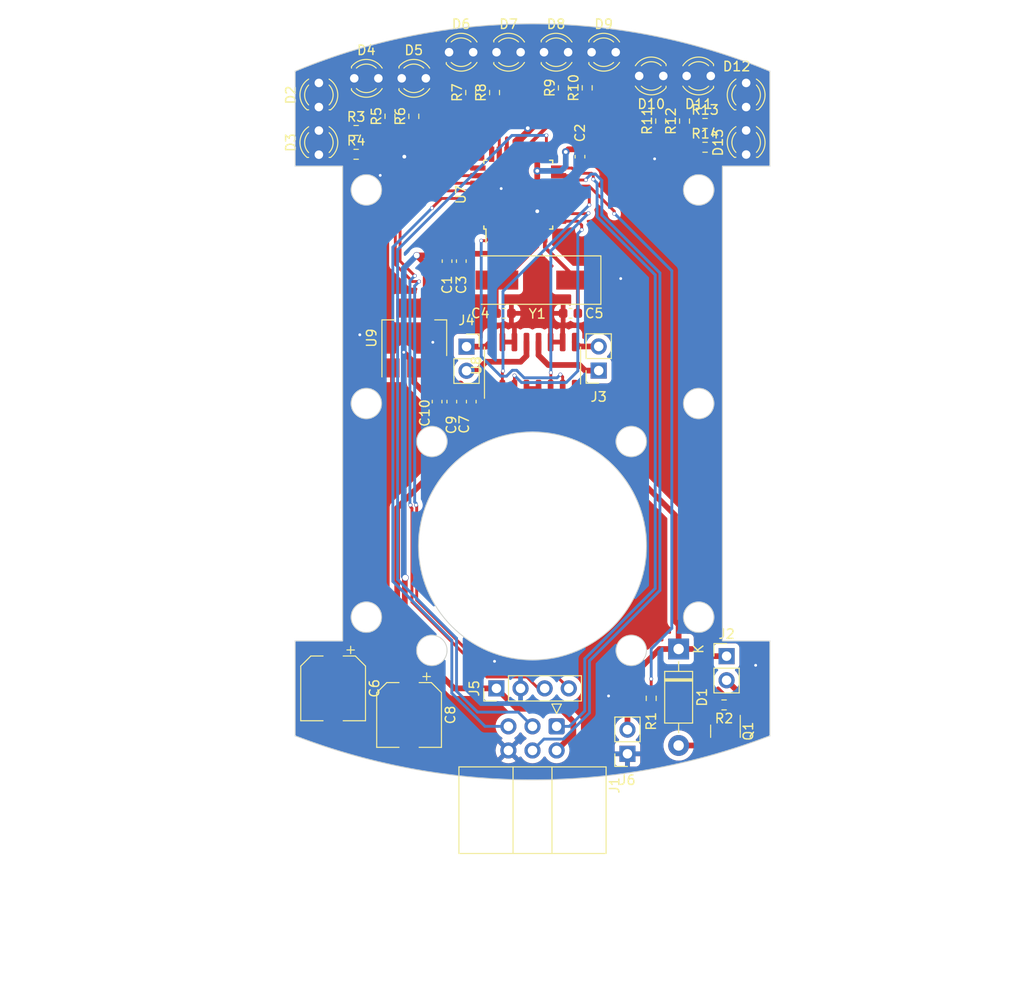
<source format=kicad_pcb>
(kicad_pcb (version 20240108) (generator "pcbnew") (generator_version "8.0")
  (layers (0 "F.Cu" signal) (31 "B.Cu" signal) (34 "B.Paste" user) (35 "F.Paste" user) (36 "B.SilkS" user "B.Silkscreen") (37 "F.SilkS" user "F.Silkscreen") (38 "B.Mask" user) (39 "F.Mask" user) (44 "Edge.Cuts" user))
  (net 0 "")
  (net 1 "+3.3V")
  (net 2 "GND")
  (net 3 "XTAL1")
  (net 4 "XTAL2")
  (net 5 "MISO")
  (net 6 "SCK")
  (net 7 "MOSI")
  (net 8 "RST")
  (net 9 "MTR_R_2")
  (net 13 "MTR_L_2")
  (net 14 "MTR_R_1")
  (net 17 "MTR_L_1")
  (net 19 "IR1")
  (net 20 "IR2")
  (net 21 "IR3")
  (net 22 "IR4")
  (net 23 "IR5")
  (net 24 "IR6")
  (net 28 "+BATT")
  (net 29 "Net-(D1-A)")
  (net 30 "Net-(Q1-G)")
  (net 31 "MOTOR_1")
  (net 32 "SDA")
  (net 33 "SCL")
  (net 34 "Net-(J3-Pin_1)")
  (net 35 "Net-(J3-Pin_2)")
  (net 36 "Net-(J4-Pin_1)")
  (net 37 "Net-(J4-Pin_2)")
  (net 38 "Net-(D2-A)")
  (net 39 "Net-(D4-A)")
  (net 40 "Net-(D6-A)")
  (net 41 "Net-(D8-A)")
  (net 42 "Net-(D10-A)")
  (net 43 "Net-(D12-A)")
  (footprint "Resistor_SMD:R_0603_1608Metric" (layer "F.Cu") (at 109.99 34.75 90)
    (property "Reference" "R5")
    (property "Value" "R_Small")
  )
  (footprint "Resistor_SMD:R_0603_1608Metric" (layer "F.Cu") (at 141.01 35.25 90)
    (property "Reference" "R12")
    (property "Value" "R_Small")
  )
  (footprint "LED_THT:LED_D3.0mm_IRBlack" (layer "F.Cu") (at 121.21 28)
    (property "Reference" "D7")
    (property "Value" "TSAL4400")
  )
  (footprint "Resistor_SMD:R_0603_1608Metric" (layer "F.Cu") (at 143.175 38.01)
    (property "Reference" "R14")
    (property "Value" "R_Small")
  )
  (footprint "Connector_PinSocket_2.54mm:PinSocket_1x02_P2.54mm_Vertical" (layer "F.Cu") (at 118.05 59.01)
    (property "Reference" "J4")
    (property "Value" "Conn_01x02")
  )
  (footprint "LED_THT:LED_D3.0mm_IRBlack" (layer "F.Cu") (at 147.5 38.775 90)
    (property "Reference" "D13")
    (property "Value" "TSAL4400")
  )
  (footprint "Resistor_SMD:R_0603_1608Metric" (layer "F.Cu") (at 145.176987 96.742969 180)
    (property "Reference" "R2")
    (property "Value" "R_Small")
  )
  (footprint "Package_SO:SOIC-16_3.9x9.9mm_P1.27mm" (layer "F.Cu") (at 125 61 90)
    (property "Reference" "U8")
    (property "Value" "MX1508")
  )
  (footprint "LED_THT:LED_D3.0mm_IRBlack" (layer "F.Cu") (at 102.5 33.775 90)
    (property "Reference" "D2")
    (property "Value" "TSAL4400")
  )
  (footprint "Resistor_SMD:R_0603_1608Metric" (layer "F.Cu") (at 112.5 34.75 90)
    (property "Reference" "R6")
    (property "Value" "R_Small")
  )
  (footprint "Crystal:Crystal_SMD_HC49-SD" (layer "F.Cu") (at 125.5 52 180)
    (property "Reference" "Y1")
    (property "Value" "Crystal")
  )
  (footprint "Resistor_SMD:R_0603_1608Metric" (layer "F.Cu") (at 128.25 31.75 90)
    (property "Reference" "R9")
    (property "Value" "R_Small")
  )
  (footprint "LED_THT:LED_D3.0mm_IRBlack" (layer "F.Cu") (at 106.225 30.75)
    (property "Reference" "D4")
    (property "Value" "TSAL4400")
  )
  (footprint "Capacitor_SMD:C_0603_1608Metric" (layer "F.Cu") (at 122 55.5)
    (property "Reference" "C4")
    (property "Value" "10u")
  )
  (footprint "LED_THT:LED_D3.0mm_IRBlack" (layer "F.Cu") (at 111.225 30.75)
    (property "Reference" "D5")
    (property "Value" "TSAL4400")
  )
  (footprint "Capacitor_SMD:C_0603_1608Metric" (layer "F.Cu") (at 130 39 -90)
    (property "Reference" "C2")
    (property "Value" "10u")
  )
  (footprint "Connector_PinHeader_2.54mm:PinHeader_1x04_P2.54mm_Vertical" (layer "F.Cu") (at 121.2 95 90)
    (property "Reference" "J5")
    (property "Value" "Conn_01x04")
  )
  (footprint "LED_THT:LED_D3.0mm_IRBlack" (layer "F.Cu") (at 131.225 28)
    (property "Reference" "D9")
    (property "Value" "TSAL4400")
  )
  (footprint "Capacitor_SMD:C_0603_1608Metric" (layer "F.Cu") (at 118.55 64.8 -90)
    (property "Reference" "C7")
    (property "Value" "10u")
  )
  (footprint "Package_QFP:TQFP-32_7x7mm_P0.8mm" (layer "F.Cu") (at 123.5 43 90)
    (property "Reference" "U7")
    (property "Value" "ATmega328PB-A")
  )
  (footprint "Connector_IDC:IDC-Header_2x03_P2.54mm_Horizontal" (layer "F.Cu") (at 127.54 99 -90)
    (property "Reference" "J1")
    (property "Value" "AVR-ISP-6")
  )
  (footprint "Diode_THT:D_DO-41_SOD81_P10.16mm_Horizontal" (layer "F.Cu") (at 140.389298 90.854284 -90)
    (property "Reference" "D1")
    (property "Value" "1N5819")
  )
  (footprint "Resistor_SMD:R_0603_1608Metric" (layer "F.Cu") (at 138.5 35.25 90)
    (property "Reference" "R11")
    (property "Value" "R_Small")
  )
  (footprint "Package_TO_SOT_SMD:SOT-23" (layer "F.Cu") (at 145.319361 99.513791 -90)
    (property "Reference" "Q1")
    (property "Value" "Si2319CDS")
  )
  (footprint "Capacitor_SMD:C_0603_1608Metric" (layer "F.Cu") (at 129 55.5 180)
    (property "Reference" "C5")
    (property "Value" "10u")
  )
  (footprint "Resistor_SMD:R_0603_1608Metric" (layer "F.Cu") (at 106.425 38.75)
    (property "Reference" "R4")
    (property "Value" "R_Small")
  )
  (footprint "Resistor_SMD:R_0603_1608Metric" (layer "F.Cu") (at 137.5 96.049283 -90)
    (property "Reference" "R1")
    (property "Value" "R_Small")
  )
  (footprint "LED_THT:LED_D3.0mm_IRBlack" (layer "F.Cu") (at 116.21 28)
    (property "Reference" "D6")
    (property "Value" "TSAL4400")
  )
  (footprint "LED_THT:LED_D3.0mm_IRBlack" (layer "F.Cu") (at 143.775 30.5 180)
    (property "Reference" "D11")
    (property "Value" "TSAL4400")
  )
  (footprint "LED_THT:LED_D3.0mm_IRBlack" (layer "F.Cu") (at 138.775 30.5 180)
    (property "Reference" "D10")
    (property "Value" "TSAL4400")
  )
  (footprint "LED_THT:LED_D3.0mm_IRBlack" (layer "F.Cu") (at 126.21 28)
    (property "Reference" "D8")
    (property "Value" "TSAL4400")
  )
  (footprint "Resistor_SMD:R_0603_1608Metric" (layer "F.Cu") (at 121 32.25 90)
    (property "Reference" "R8")
    (property "Value" "R_Small")
  )
  (footprint "LED_THT:LED_D3.0mm_IRBlack" (layer "F.Cu") (at 147.5 33.775 90)
    (property "Reference" "D12")
    (property "Value" "TSAL4400")
  )
  (footprint "LED_THT:LED_D3.0mm_IRBlack" (layer "F.Cu") (at 102.5 38.79 90)
    (property "Reference" "D3")
    (property "Value" "TSAL4400")
  )
  (footprint "Connector_PinSocket_2.54mm:PinSocket_1x02_P2.54mm_Vertical" (layer "F.Cu") (at 135 101.89 180)
    (property "Reference" "J6")
    (property "Value" "Conn_01x02")
  )
  (footprint "Resistor_SMD:R_0603_1608Metric" (layer "F.Cu") (at 118.49 32.25 90)
    (property "Reference" "R7")
    (property "Value" "R_Small")
  )
  (footprint "Capacitor_SMD:C_0603_1608Metric" (layer "F.Cu") (at 114.95 64.8 -90)
    (property "Reference" "C10")
    (property "Value" "10u")
  )
  (footprint "Package_TO_SOT_SMD:SOT-223-3_TabPin2" (layer "F.Cu") (at 112.55 58.1 90)
    (property "Reference" "U9")
    (property "Value" "LM317_SOT-223")
  )
  (footprint "Capacitor_SMD:C_0603_1608Metric" (layer "F.Cu") (at 116 50 -90)
    (property "Reference" "C1")
    (property "Value" "10u")
  )
  (footprint "Capacitor_SMD:CP_Elec_6.3x4.9" (layer "F.Cu") (at 104 95 -90)
    (property "Reference" "C6")
    (property "Value" "C_Polarized_Small")
  )
  (footprint "Capacitor_SMD:CP_Elec_6.3x4.9" (layer "F.Cu") (at 112 97.8 -90)
    (property "Reference" "C8")
    (property "Value" "C_Polarized_Small")
  )
  (footprint "Connector_PinSocket_2.54mm:PinSocket_1x02_P2.54mm_Vertical" (layer "F.Cu") (at 131.97 61.53 180)
    (property "Reference" "J3")
    (property "Value" "Conn_01x02")
  )
  (footprint "Resistor_SMD:R_0603_1608Metric" (layer "F.Cu") (at 143.175 35.5)
    (property "Reference" "R13")
    (property "Value" "R_Small")
  )
  (footprint "Capacitor_SMD:C_0603_1608Metric" (layer "F.Cu") (at 117.5 50 -90)
    (property "Reference" "C3")
    (property "Value" "1u")
  )
  (footprint "Resistor_SMD:R_0603_1608Metric" (layer "F.Cu") (at 130.76 31.75 90)
    (property "Reference" "R10")
    (property "Value" "R_Small")
  )
  (footprint "Capacitor_SMD:C_0603_1608Metric" (layer "F.Cu") (at 116.5 64.8 -90)
    (property "Reference" "C9")
    (property "Value" "10u")
  )
  (footprint "Connector_PinHeader_2.54mm:PinHeader_1x02_P2.54mm_Vertical" (layer "F.Cu") (at 145.439832 91.606544)
    (property "Reference" "J2")
    (property "Value" "Conn_01x02")
  )
  (footprint "Resistor_SMD:R_0603_1608Metric" (layer "F.Cu") (at 106.425 36.24)
    (property "Reference" "R3")
    (property "Value" "R_Small")
  )
  (gr_circle (center 142.5 87.5) (end 144.1 87.5) (stroke (width 0.1)) (fill none) (layer "Edge.Cuts"))
  (gr_line (start 145 40) (end 150 40) (stroke (width 0.1)) (layer "Edge.Cuts"))
  (gr_line (start 145 90) (end 145 40) (stroke (width 0.1)) (layer "Edge.Cuts"))
  (gr_circle (center 135.4 69) (end 137 69) (stroke (width 0.1)) (fill none) (layer "Edge.Cuts"))
  (gr_line (start 100 40) (end 100 30) (stroke (width 0.1)) (layer "Edge.Cuts"))
  (gr_line (start 150 40) (end 150 30) (stroke (width 0.1)) (layer "Edge.Cuts"))
  (gr_circle (center 107.5 65) (end 109.1 65) (stroke (width 0.1)) (fill none) (layer "Edge.Cuts"))
  (gr_circle (center 125 80) (end 137 80) (stroke (width 0.1)) (fill none) (layer "Edge.Cuts"))
  (gr_circle (center 142.5 65) (end 144.1 65) (stroke (width 0.1)) (fill none) (layer "Edge.Cuts"))
  (gr_circle (center 107.5 42.5) (end 109.1 42.5) (stroke (width 0.1)) (fill none) (layer "Edge.Cuts"))
  (gr_line (start 105 90) (end 105 40) (stroke (width 0.1)) (layer "Edge.Cuts"))
  (gr_circle (center 114.4 91) (end 116 91) (stroke (width 0.1)) (fill none) (layer "Edge.Cuts"))
  (gr_circle (center 135.4 91) (end 137 91) (stroke (width 0.1)) (fill none) (layer "Edge.Cuts"))
  (gr_line (start 100 90) (end 105 90) (stroke (width 0.1)) (layer "Edge.Cuts"))
  (gr_line (start 150 100) (end 150 90) (stroke (width 0.1)) (layer "Edge.Cuts"))
  (gr_circle (center 114.4 69) (end 116 69) (stroke (width 0.1)) (fill none) (layer "Edge.Cuts"))
  (gr_arc (start 150 100) (mid 125 104.641941) (end 100 100) (stroke (width 0.1)) (layer "Edge.Cuts"))
  (gr_line (start 105 40) (end 100 40) (stroke (width 0.1)) (layer "Edge.Cuts"))
  (gr_line (start 100 100) (end 100 90) (stroke (width 0.1)) (layer "Edge.Cuts"))
  (gr_circle (center 107.5 87.5) (end 109.1 87.5) (stroke (width 0.1)) (fill none) (layer "Edge.Cuts"))
  (gr_line (start 150 90) (end 145 90) (stroke (width 0.1)) (layer "Edge.Cuts"))
  (gr_circle (center 142.5 42.5) (end 144.1 42.5) (stroke (width 0.1)) (fill none) (layer "Edge.Cuts"))
  (gr_arc (start 100 30) (mid 125 25) (end 150 30) (stroke (width 0.1)) (layer "Edge.Cuts"))
  (segment (start 125.5 41.5) (end 123.1 43.9) (width 0.6) (layer "F.Cu") (net 1))
  (segment (start 125.5 40.5) (end 125.5 41.5) (width 0.6) (layer "F.Cu") (net 1))
  (segment (start 116.5 64.025) (end 114.95 64.025) (width 0.6) (layer "F.Cu") (net 1))
  (segment (start 113.6 53.9) (end 113.6 53.3) (width 0.6) (layer "F.Cu") (net 1))
  (segment (start 111.55 91.43934) (end 111.55 83.3995) (width 0.6) (layer "F.Cu") (net 1))
  (segment (start 128.775 38.225) (end 128.5 38.5) (width 0.6) (layer "F.Cu") (net 1))
  (segment (start 130 38.225) (end 131.495 36.73) (width 0.6) (layer "F.Cu") (net 1))
  (segment (start 129.3 99.78) (end 129.3 98.49934) (width 0.6) (layer "F.Cu") (net 1))
  (segment (start 123.1 43.9) (end 123.1 47.25) (width 0.6) (layer "F.Cu") (net 1))
  (segment (start 115.825 49.4) (end 116 49.225) (width 0.6) (layer "F.Cu") (net 1))
  (segment (start 111.55 83.3995) (end 111.602925 83.346575) (width 0.6) (layer "F.Cu") (net 1))
  (segment (start 121.2 95) (end 116.75 95) (width 0.6) (layer "F.Cu") (net 1))
  (segment (start 129.3 98.49934) (end 127.95066 97.15) (width 0.6) (layer "F.Cu") (net 1))
  (segment (start 113.56066 93.45) (end 111.55 91.43934) (width 0.6) (layer "F.Cu") (net 1))
  (segment (start 112.55 61.25) (end 112.55 60.71) (width 0.6) (layer "F.Cu") (net 1))
  (segment (start 127.54 101.54) (end 129.3 99.78) (width 0.6) (layer "F.Cu") (net 1))
  (segment (start 112.55 62.8) (end 113.775 64.025) (width 0.6) (layer "F.Cu") (net 1))
  (segment (start 127.95066 97.15) (end 123.35 97.15) (width 0.6) (layer "F.Cu") (net 1))
  (segment (start 113.6 53.3) (end 113.75 53.15) (width 0.6) (layer "F.Cu") (net 1))
  (segment (start 116 49.225) (end 117.5 49.225) (width 0.6) (layer "F.Cu") (net 1))
  (segment (start 123.1 48.65) (end 123.1 47.25) (width 0.6) (layer "F.Cu") (net 1))
  (segment (start 123.35 97.15) (end 121.2 95) (width 0.6) (layer "F.Cu") (net 1))
  (segment (start 116.75 95) (end 115.2 93.45) (width 0.6) (layer "F.Cu") (net 1))
  (segment (start 125.5 38.75) (end 125.5 40.5) (width 0.6) (layer "F.Cu") (net 1))
  (segment (start 112.55 54.95) (end 113.6 53.9) (width 0.6) (layer "F.Cu") (net 1))
  (segment (start 112.55 61.25) (end 112.55 62.8) (width 0.6) (layer "F.Cu") (net 1))
  (segment (start 113.775 64.025) (end 114.95 64.025) (width 0.6) (layer "F.Cu") (net 1))
  (segment (start 113.75 53.15) (end 113.75 50.35) (width 0.6) (layer "F.Cu") (net 1))
  (segment (start 130 38.225) (end 128.775 38.225) (width 0.6) (layer "F.Cu") (net 1))
  (segment (start 115.2 93.45) (end 113.56066 93.45) (width 0.6) (layer "F.Cu") (net 1))
  (segment (start 112.55 60.71) (end 111.44 59.6) (width 0.6) (layer "F.Cu") (net 1))
  (segment (start 113.75 50.35) (end 112.8 49.4) (width 0.6) (layer "F.Cu") (net 1))
  (segment (start 117.5 49.225) (end 122.525 49.225) (width 0.6) (layer "F.Cu") (net 1))
  (segment (start 122.525 49.225) (end 123.1 48.65) (width 0.6) (layer "F.Cu") (net 1))
  (segment (start 112.8 49.4) (end 115.825 49.4) (width 0.6) (layer "F.Cu") (net 1))
  (via (at 128.5 38.5) (size 0.8) (drill 0.4) (layers "F.Cu" "B.Cu") (net 1))
  (via (at 111.602925 83.346575) (size 0.7) (drill 0.6) (layers "F.Cu" "B.Cu") (net 1))
  (via (at 125.5 40.5) (size 0.8) (drill 0.4) (layers "F.Cu" "B.Cu") (net 1))
  (via (at 111.44 59.6) (size 0.4) (drill 0.3) (layers "F.Cu" "B.Cu") (net 1))
  (via (at 112.8 49.4) (size 0.7) (drill 0.6) (layers "F.Cu" "B.Cu") (net 1))
  (segment (start 111.602925 83.346575) (end 111.44 83.18365) (width 0.6) (layer "B.Cu") (net 1))
  (segment (start 111.44 59.6) (end 111.44 50.76) (width 0.6) (layer "B.Cu") (net 1))
  (segment (start 128 40.5) (end 125.5 40.5) (width 0.6) (layer "B.Cu") (net 1))
  (segment (start 111.44 50.76) (end 112.8 49.4) (width 0.6) (layer "B.Cu") (net 1))
  (segment (start 111.44 83.18365) (end 111.44 59.6) (width 0.6) (layer "B.Cu") (net 1))
  (segment (start 128.5 40) (end 128 40.5) (width 0.6) (layer "B.Cu") (net 1))
  (segment (start 128.5 38.5) (end 128.5 40) (width 0.6) (layer "B.Cu") (net 1))
  (segment (start 123.9 46.35) (end 125.5 44.75) (width 0.4) (layer "F.Cu") (net 2))
  (segment (start 123.9 47.25) (end 123.9 46.35) (width 0.4) (layer "F.Cu") (net 2))
  (segment (start 123.1 38.75) (end 123.1 40.4) (width 0.4) (layer "F.Cu") (net 2))
  (segment (start 123.1 37.325) (end 123.425 37) (width 0.4) (layer "F.Cu") (net 2))
  (segment (start 123.1 40.4) (end 122.675 40.825) (width 0.4) (layer "F.Cu") (net 2))
  (segment (start 123.1 38.75) (end 123.1 37.325) (width 0.4) (layer "F.Cu") (net 2))
  (via (at 148.5 92.57) (size 0.4) (drill 0.3) (layers "F.Cu" "B.Cu") (net 2))
  (via (at 121.7 42.36) (size 0.4) (drill 0.3) (layers "F.Cu" "B.Cu") (net 2))
  (via (at 134.29 51.84) (size 0.4) (drill 0.3) (layers "F.Cu" "B.Cu") (net 2))
  (via (at 137.86 39.23) (size 0.4) (drill 0.3) (layers "F.Cu" "B.Cu") (net 2))
  (via (at 124.5 36) (size 0.8) (drill 0.4) (layers "F.Cu" "B.Cu") (net 2))
  (via (at 121 92.15) (size 0.4) (drill 0.3) (layers "F.Cu" "B.Cu") (net 2))
  (via (at 125.5 44.75) (size 0.8) (drill 0.4) (layers "F.Cu" "B.Cu") (net 2))
  (via (at 133.01 95.8) (size 0.4) (drill 0.3) (layers "F.Cu" "B.Cu") (net 2))
  (via (at 108.96 40.97) (size 0.4) (drill 0.3) (layers "F.Cu" "B.Cu") (net 2))
  (via (at 106.81 57.76) (size 0.4) (drill 0.3) (layers "F.Cu" "B.Cu") (net 2))
  (via (at 114.5 58.55) (size 0.4) (drill 0.3) (layers "F.Cu" "B.Cu") (net 2))
  (via (at 111.5 39) (size 0.8) (drill 0.4) (layers "F.Cu" "B.Cu") (net 2))
  (segment (start 125.5 48.45) (end 121.95 52) (width 0.4) (layer "F.Cu") (net 3))
  (segment (start 121.225 55.5) (end 121.225 52.025) (width 0.4) (layer "F.Cu") (net 3))
  (segment (start 121.95 52) (end 121.25 52) (width 0.4) (layer "F.Cu") (net 3))
  (segment (start 121.225 52.025) (end 121.25 52) (width 0.4) (layer "F.Cu") (net 3))
  (segment (start 125.5 47.25) (end 125.5 48.45) (width 0.4) (layer "F.Cu") (net 3))
  (segment (start 126.3 48.55) (end 129.75 52) (width 0.4) (layer "F.Cu") (net 4))
  (segment (start 129.775 55.5) (end 129.775 52.025) (width 0.4) (layer "F.Cu") (net 4))
  (segment (start 126.3 47.25) (end 126.3 48.55) (width 0.4) (layer "F.Cu") (net 4))
  (segment (start 129.775 52.025) (end 129.75 52) (width 0.4) (layer "F.Cu") (net 4))
  (segment (start 129.686827 40.75) (end 129.136827 40.2) (width 0.3) (layer "F.Cu") (net 5))
  (segment (start 131.4 41.38) (end 131.4 40.93) (width 0.3) (layer "F.Cu") (net 5))
  (segment (start 131.22 40.75) (end 129.686827 40.75) (width 0.3) (layer "F.Cu") (net 5))
  (segment (start 131.4 40.93) (end 131.22 40.75) (width 0.3) (layer "F.Cu") (net 5))
  (segment (start 129.136827 40.2) (end 127.75 40.2) (width 0.3) (layer "F.Cu") (net 5))
  (via (at 131.4 41.38) (size 0.4) (drill 0.3) (layers "F.Cu" "B.Cu") (net 5))
  (segment (start 137.92 51.45) (end 131.8 45.33) (width 0.3) (layer "B.Cu") (net 5))
  (segment (start 131.8 41.78) (end 131.4 41.38) (width 0.3) (layer "B.Cu") (net 5))
  (segment (start 137.92 84.47) (end 137.92 51.45) (width 0.3) (layer "B.Cu") (net 5))
  (segment (start 128.881422 99) (end 130.5 97.381422) (width 0.3) (layer "B.Cu") (net 5))
  (segment (start 130.5 91.89) (end 137.92 84.47) (width 0.3) (layer "B.Cu") (net 5))
  (segment (start 130.5 97.381422) (end 130.5 91.89) (width 0.3) (layer "B.Cu") (net 5))
  (segment (start 131.8 45.33) (end 131.8 41.78) (width 0.3) (layer "B.Cu") (net 5))
  (segment (start 127.54 99) (end 128.881422 99) (width 0.3) (layer "B.Cu") (net 5))
  (segment (start 126.461411 36.761411) (end 126.461411 38.588589) (width 0.3) (layer "F.Cu") (net 6))
  (segment (start 126.461411 38.588589) (end 126.3 38.75) (width 0.3) (layer "F.Cu") (net 6))
  (via (at 126.461411 36.761411) (size 0.4) (drill 0.3) (layers "F.Cu" "B.Cu") (net 6))
  (segment (start 117 95.292894) (end 117 89.732894) (width 0.3) (layer "B.Cu") (net 6))
  (segment (start 110.79 83.522894) (end 110.79 48.807818) (width 0.3) (layer "B.Cu") (net 6))
  (segment (start 117 89.732894) (end 110.79 83.522894) (width 0.3) (layer "B.Cu") (net 6))
  (segment (start 125 99) (end 123.5 97.5) (width 0.3) (layer "B.Cu") (net 6))
  (segment (start 110.79 48.807818) (end 122.836407 36.761411) (width 0.3) (layer "B.Cu") (net 6))
  (segment (start 119.207106 97.5) (end 117 95.292894) (width 0.3) (layer "B.Cu") (net 6))
  (segment (start 123.5 97.5) (end 119.207106 97.5) (width 0.3) (layer "B.Cu") (net 6))
  (segment (start 122.836407 36.761411) (end 126.461411 36.761411) (width 0.3) (layer "B.Cu") (net 6))
  (segment (start 129.68972 41.46) (end 130.62 41.46) (width 0.3) (layer "F.Cu") (net 7))
  (segment (start 127.75 41) (end 129.22972 41) (width 0.3) (layer "F.Cu") (net 7))
  (segment (start 129.22972 41) (end 129.68972 41.46) (width 0.3) (layer "F.Cu") (net 7))
  (via (at 130.62 41.46) (size 0.4) (drill 0.3) (layers "F.Cu" "B.Cu") (net 7))
  (segment (start 128.248528 100.34) (end 126.2 100.34) (width 0.3) (layer "B.Cu") (net 7))
  (segment (start 131.172182 40.83) (end 131.627818 40.83) (width 0.3) (layer "B.Cu") (net 7))
  (segment (start 130.62 41.46) (end 130.62 41.382182) (width 0.3) (layer "B.Cu") (net 7))
  (segment (start 130.62 41.382182) (end 131.172182 40.83) (width 0.3) (layer "B.Cu") (net 7))
  (segment (start 131 92.097106) (end 131 97.588528) (width 0.3) (layer "B.Cu") (net 7))
  (segment (start 138.42 84.677106) (end 131 92.097106) (width 0.3) (layer "B.Cu") (net 7))
  (segment (start 132.3 45.122894) (end 138.42 51.242893) (width 0.3) (layer "B.Cu") (net 7))
  (segment (start 138.42 51.242893) (end 138.42 84.677106) (width 0.3) (layer "B.Cu") (net 7))
  (segment (start 131.627818 40.83) (end 132.3 41.502182) (width 0.3) (layer "B.Cu") (net 7))
  (segment (start 131 97.588528) (end 128.248528 100.34) (width 0.3) (layer "B.Cu") (net 7))
  (segment (start 126.2 100.34) (end 125 101.54) (width 0.3) (layer "B.Cu") (net 7))
  (segment (start 132.3 41.502182) (end 132.3 45.122894) (width 0.3) (layer "B.Cu") (net 7))
  (segment (start 115.42 43.4) (end 119.25 43.4) (width 0.3) (layer "F.Cu") (net 8))
  (segment (start 114.41 44.41) (end 115.42 43.4) (width 0.3) (layer "F.Cu") (net 8))
  (via (at 114.41 44.41) (size 0.4) (drill 0.3) (layers "F.Cu" "B.Cu") (net 8))
  (segment (start 110.29 48.53) (end 114.41 44.41) (width 0.3) (layer "B.Cu") (net 8))
  (segment (start 116.5 95.5) (end 116.5 89.94) (width 0.3) (layer "B.Cu") (net 8))
  (segment (start 116.5 89.94) (end 110.29 83.73) (width 0.3) (layer "B.Cu") (net 8))
  (segment (start 110.29 83.73) (end 110.29 48.53) (width 0.3) (layer "B.Cu") (net 8))
  (segment (start 122.46 99) (end 120 99) (width 0.3) (layer "B.Cu") (net 8))
  (segment (start 120 99) (end 116.5 95.5) (width 0.3) (layer "B.Cu") (net 8))
  (segment (start 128.175 63.475) (end 128.175 62.195) (width 0.3) (layer "F.Cu") (net 9))
  (segment (start 119.6 47.85) (end 120.1 47.85) (width 0.3) (layer "F.Cu") (net 9))
  (segment (start 128.175 62.195) (end 127.93 61.95) (width 0.3) (layer "F.Cu") (net 9))
  (segment (start 120.1 47.85) (end 120.7 47.25) (width 0.3) (layer "F.Cu") (net 9))
  (via (at 119.6 47.85) (size 0.4) (drill 0.3) (layers "F.Cu" "B.Cu") (net 9))
  (via (at 127.93 61.95) (size 0.4) (drill 0.3) (layers "F.Cu" "B.Cu") (net 9))
  (segment (start 119.6 60.057818) (end 119.6 47.85) (width 0.3) (layer "B.Cu") (net 9))
  (segment (start 127.59 62.29) (end 124.117818 62.29) (width 0.3) (layer "B.Cu") (net 9))
  (segment (start 124.117818 62.29) (end 123.327818 61.5) (width 0.3) (layer "B.Cu") (net 9))
  (segment (start 127.93 61.95) (end 127.59 62.29) (width 0.3) (layer "B.Cu") (net 9))
  (segment (start 121.662182 62.12) (end 119.6 60.057818) (width 0.3) (layer "B.Cu") (net 9))
  (segment (start 123.327818 61.5) (end 122.872182 61.5) (width 0.3) (layer "B.Cu") (net 9))
  (segment (start 122.872182 61.5) (end 122.252182 62.12) (width 0.3) (layer "B.Cu") (net 9))
  (segment (start 122.252182 62.12) (end 121.662182 62.12) (width 0.3) (layer "B.Cu") (net 9))
  (segment (start 123.095 62.055) (end 123.095 63.475) (width 0.3) (layer "F.Cu") (net 13))
  (segment (start 123.1 62.05) (end 123.095 62.055) (width 0.3) (layer "F.Cu") (net 13))
  (segment (start 130.18 46.21) (end 129.77 45.8) (width 0.3) (layer "F.Cu") (net 13))
  (segment (start 129.77 45.8) (end 127.75 45.8) (width 0.3) (layer "F.Cu") (net 13))
  (segment (start 130.18 46.7) (end 130.18 46.21) (width 0.3) (layer "F.Cu") (net 13))
  (via (at 123.1 62.05) (size 0.4) (drill 0.3) (layers "F.Cu" "B.Cu") (net 13))
  (via (at 130.18 46.7) (size 0.4) (drill 0.3) (layers "F.Cu" "B.Cu") (net 13))
  (segment (start 129.77 47.11) (end 130.18 46.7) (width 0.3) (layer "B.Cu") (net 13))
  (segment (start 123.1 62.05) (end 123.84 62.79) (width 0.3) (layer "B.Cu") (net 13))
  (segment (start 129.77 61.57) (end 129.77 47.11) (width 0.3) (layer "B.Cu") (net 13))
  (segment (start 128.55 62.79) (end 129.77 61.57) (width 0.3) (layer "B.Cu") (net 13))
  (segment (start 123.84 62.79) (end 128.55 62.79) (width 0.3) (layer "B.Cu") (net 13))
  (segment (start 126.93 61.74) (end 126.93 63.45) (width 0.3) (layer "F.Cu") (net 14))
  (segment (start 126.93 63.45) (end 126.905 63.475) (width 0.3) (layer "F.Cu") (net 14))
  (segment (start 130.847112 45) (end 130.888556 44.958556) (width 0.3) (layer "F.Cu") (net 14))
  (segment (start 127.75 45) (end 130.847112 45) (width 0.3) (layer "F.Cu") (net 14))
  (via (at 130.888556 44.958556) (size 0.4) (drill 0.3) (layers "F.Cu" "B.Cu") (net 14))
  (via (at 126.93 61.74) (size 0.4) (drill 0.3) (layers "F.Cu" "B.Cu") (net 14))
  (segment (start 126.93 48.917112) (end 126.93 61.74) (width 0.3) (layer "B.Cu") (net 14))
  (segment (start 130.888556 44.958556) (end 126.93 48.917112) (width 0.3) (layer "B.Cu") (net 14))
  (segment (start 121.825 63.475) (end 121.825 61.635) (width 0.3) (layer "F.Cu") (net 17))
  (segment (start 130.98 44.09) (end 130.98 42.96) (width 0.3) (layer "F.Cu") (net 17))
  (segment (start 130.98 42.96) (end 130.62 42.6) (width 0.3) (layer "F.Cu") (net 17))
  (segment (start 121.825 61.635) (end 121.89 61.57) (width 0.3) (layer "F.Cu") (net 17))
  (segment (start 130.62 42.6) (end 127.75 42.6) (width 0.3) (layer "F.Cu") (net 17))
  (via (at 121.89 61.57) (size 0.4) (drill 0.3) (layers "F.Cu" "B.Cu") (net 17))
  (via (at 130.98 44.09) (size 0.4) (drill 0.3) (layers "F.Cu" "B.Cu") (net 17))
  (segment (start 121.89 53.18) (end 130.98 44.09) (width 0.3) (layer "B.Cu") (net 17))
  (segment (start 121.89 61.57) (end 121.89 53.18) (width 0.3) (layer "B.Cu") (net 17))
  (segment (start 119.25 41) (end 116.45 41) (width 0.3) (layer "F.Cu") (net 19))
  (segment (start 116.45 41) (end 111.95 36.5) (width 0.3) (layer "F.Cu") (net 19))
  (segment (start 116.35 39.3) (end 116.35 38.060784) (width 0.3) (layer "F.Cu") (net 20))
  (segment (start 117.25 40.2) (end 116.35 39.3) (width 0.3) (layer "F.Cu") (net 20))
  (segment (start 119.25 40.2) (end 117.25 40.2) (width 0.3) (layer "F.Cu") (net 20))
  (segment (start 120.7 38.75) (end 120.7 35) (width 0.3) (layer "F.Cu") (net 21))
  (segment (start 121.5 38.75) (end 121.5 36) (width 0.3) (layer "F.Cu") (net 22))
  (segment (start 122.3 38.75) (end 122.3 37.068629) (width 0.4) (layer "F.Cu") (net 23))
  (segment (start 124.7 38.75) (end 124.7 37.675) (width 0.4) (layer "F.Cu") (net 24))
  (segment (start 124.7 37.675) (end 126.915 35.46) (width 0.4) (layer "F.Cu") (net 24))
  (segment (start 129.445 66.185) (end 129.445 63.475) (width 0.6) (layer "F.Cu") (net 28))
  (segment (start 138.380716 90.854284) (end 140.389298 90.854284) (width 0.6) (layer "F.Cu") (net 28))
  (segment (start 117.425 62.9) (end 116.5 62.9) (width 0.6) (layer "F.Cu") (net 28))
  (segment (start 140 87.92) (end 140 76.74) (width 0.6) (layer "F.Cu") (net 28))
  (segment (start 125.635 64.885) (end 125.827119 65.077119) (width 0.6) (layer "F.Cu") (net 28))
  (segment (start 120.555 65.155) (end 120.99 65.59) (width 0.6) (layer "F.Cu") (net 28))
  (segment (start 112 95) (end 110.75 93.75) (width 0.6) (layer "F.Cu") (net 28))
  (segment (start 125.827119 65.077119) (end 126.612881 65.077119) (width 0.6) (layer "F.Cu") (net 28))
  (segment (start 140 87.92) (end 140.389298 88.309298) (width 0.6) (layer "F.Cu") (net 28))
  (segment (start 125.635 63.475) (end 124.365 63.475) (width 0.6) (layer "F.Cu") (net 28))
  (segment (start 127.720761 66.185) (end 129.445 66.185) (width 0.6) (layer "F.Cu") (net 28))
  (segment (start 140 76.74) (end 129.445 66.185) (width 0.6) (layer "F.Cu") (net 28))
  (segment (start 120.005 64.025) (end 120.555 63.475) (width 0.6) (layer "F.Cu") (net 28))
  (segment (start 116.5 62.9) (end 114.85 61.25) (width 0.6) (layer "F.Cu") (net 28))
  (segment (start 135 94.235) (end 138.380716 90.854284) (width 0.6) (layer "F.Cu") (net 28))
  (segment (start 145.439832 91.606544) (end 143.686544 91.606544) (width 0.6) (layer "F.Cu") (net 28))
  (segment (start 118.55 64.025) (end 120.005 64.025) (width 0.6) (layer "F.Cu") (net 28))
  (segment (start 118.55 64.025) (end 117.425 62.9) (width 0.6) (layer "F.Cu") (net 28))
  (segment (start 126.612881 65.077119) (end 127.720761 66.185) (width 0.6) (layer "F.Cu") (net 28))
  (segment (start 109.2 92.2) (end 112 95) (width 0.6) (layer "F.Cu") (net 28))
  (segment (start 126.1 65.59) (end 126.612881 65.077119) (width 0.6) (layer "F.Cu") (net 28))
  (segment (start 135 99.35) (end 135 94.235) (width 0.6) (layer "F.Cu") (net 28))
  (segment (start 125.635 63.475) (end 125.635 64.885) (width 0.6) (layer "F.Cu") (net 28))
  (segment (start 120.99 65.75) (end 120.99 65.59) (width 0.6) (layer "F.Cu") (net 28))
  (segment (start 142.934284 90.854284) (end 140.389298 90.854284) (width 0.6) (layer "F.Cu") (net 28))
  (segment (start 110.75 75.99) (end 120.99 65.75) (width 0.6) (layer "F.Cu") (net 28))
  (segment (start 110.75 93.75) (end 110.75 75.99) (width 0.6) (layer "F.Cu") (net 28))
  (segment (start 104 92.2) (end 109.2 92.2) (width 0.6) (layer "F.Cu") (net 28))
  (segment (start 143.686544 91.606544) (end 142.934284 90.854284) (width 0.6) (layer "F.Cu") (net 28))
  (segment (start 120.99 65.59) (end 126.1 65.59) (width 0.6) (layer "F.Cu") (net 28))
  (segment (start 120.555 63.475) (end 120.555 65.155) (width 0.6) (layer "F.Cu") (net 28))
  (segment (start 140.389298 88.309298) (end 140.389298 90.854284) (width 0.6) (layer "F.Cu") (net 28))
  (segment (start 147.72 99.27) (end 147.72 96.426712) (width 0.6) (layer "F.Cu") (net 29))
  (segment (start 147.72 96.426712) (end 145.439832 94.146544) (width 0.6) (layer "F.Cu") (net 29))
  (segment (start 140.389298 101.014284) (end 144.756368 101.014284) (width 0.6) (layer "F.Cu") (net 29))
  (segment (start 146.538709 100.451291) (end 147.72 99.27) (width 0.6) (layer "F.Cu") (net 29))
  (segment (start 145.319361 100.451291) (end 146.538709 100.451291) (width 0.6) (layer "F.Cu") (net 29))
  (segment (start 144.756368 101.014284) (end 145.319361 100.451291) (width 0.6) (layer "F.Cu") (net 29))
  (segment (start 144.648115 95.051885) (end 144.546231 94.95) (width 0.3) (layer "F.Cu") (net 30))
  (segment (start 141.698115 95.051885) (end 144.648115 95.051885) (width 0.3) (layer "F.Cu") (net 30))
  (segment (start 146.269361 98.576291) (end 146.269361 97.010343) (width 0.3) (layer "F.Cu") (net 30))
  (segment (start 146.269361 97.010343) (end 146.001987 96.742969) (width 0.3) (layer "F.Cu") (net 30))
  (segment (start 137.5 96.874283) (end 139.875717 96.874283) (width 0.3) (layer "F.Cu") (net 30))
  (segment (start 146.001987 96.742969) (end 146.001987 96.405756) (width 0.3) (layer "F.Cu") (net 30))
  (segment (start 139.875717 96.874283) (end 141.698115 95.051885) (width 0.3) (layer "F.Cu") (net 30))
  (segment (start 146.001987 96.405756) (end 144.648115 95.051885) (width 0.3) (layer "F.Cu") (net 30))
  (segment (start 137.5 95.224283) (end 137.5 94) (width 0.3) (layer "F.Cu") (net 31))
  (segment (start 128.6 41.8) (end 127.75 41.8) (width 0.3) (layer "F.Cu") (net 31))
  (segment (start 128.9 42.1) (end 128.6 41.8) (width 0.3) (layer "F.Cu") (net 31))
  (segment (start 130.967106 42.1) (end 128.9 42.1) (width 0.3) (layer "F.Cu") (net 31))
  (segment (start 133.61 44.742894) (end 130.967106 42.1) (width 0.3) (layer "F.Cu") (net 31))
  (segment (start 133.61 45.01) (end 133.61 44.742894) (width 0.3) (layer "F.Cu") (net 31))
  (via (at 133.61 45.01) (size 0.4) (drill 0.3) (layers "F.Cu" "B.Cu") (net 31))
  (via (at 137.5 94) (size 0.4) (drill 0.3) (layers "F.Cu" "B.Cu") (net 31))
  (segment (start 139.67 88.673582) (end 139.67 51.02) (width 0.3) (layer "B.Cu") (net 31))
  (segment (start 139.67 51.02) (end 133.66 45.01) (width 0.3) (layer "B.Cu") (net 31))
  (segment (start 137.5 94) (end 137.5 90.843582) (width 0.3) (layer "B.Cu") (net 31))
  (segment (start 133.66 45.01) (end 133.61 45.01) (width 0.3) (layer "B.Cu") (net 31))
  (segment (start 137.5 90.843582) (end 139.67 88.673582) (width 0.3) (layer "B.Cu") (net 31))
  (segment (start 111.5 51.3) (end 112.35 52.15) (width 0.3) (layer "F.Cu") (net 32))
  (segment (start 120.407106 93.3) (end 112.802925 85.695819) (width 0.3) (layer "F.Cu") (net 32))
  (segment (start 124.757107 93.45) (end 124.607107 93.3) (width 0.3) (layer "F.Cu") (net 32))
  (segment (start 124.607107 93.3) (end 120.407106 93.3) (width 0.3) (layer "F.Cu") (net 32))
  (segment (start 110.55 50.35) (end 111.5 51.3) (width 0.3) (layer "F.Cu") (net 32))
  (segment (start 112.802925 75.763922) (end 112.739003 75.7) (width 0.3) (layer "F.Cu") (net 32))
  (segment (start 127.27 93.45) (end 124.757107 93.45) (width 0.3) (layer "F.Cu") (net 32))
  (segment (start 112.35 52.15) (end 113.05 52.15) (width 0.3) (layer "F.Cu") (net 32))
  (segment (start 111.942894 41.8) (end 110.55 43.192894) (width 0.3) (layer "F.Cu") (net 32))
  (segment (start 112.802925 85.695819) (end 112.802925 75.763922) (width 0.3) (layer "F.Cu") (net 32))
  (segment (start 118.15 41.8) (end 111.942894 41.8) (width 0.3) (layer "F.Cu") (net 32))
  (segment (start 110.55 43.192894) (end 110.55 50.35) (width 0.3) (layer "F.Cu") (net 32))
  (segment (start 128.82 95) (end 127.27 93.45) (width 0.3) (layer "F.Cu") (net 32))
  (segment (start 119.25 41.8) (end 118.15 41.8) (width 0.3) (layer "F.Cu") (net 32))
  (via (at 113.05 52.15) (size 0.4) (drill 0.3) (layers "F.Cu" "B.Cu") (net 32))
  (via (at 112.739003 75.7) (size 0.4) (drill 0.3) (layers "F.Cu" "B.Cu") (net 32))
  (segment (start 112.59 75.372682) (end 112.739003 75.521685) (width 0.3) (layer "B.Cu") (net 32))
  (segment (start 112.59 52.61) (end 112.59 75.372682) (width 0.3) (layer "B.Cu") (net 32))
  (segment (start 112.739003 75.521685) (end 112.739003 75.7) (width 0.3) (layer "B.Cu") (net 32))
  (segment (start 113.05 52.15) (end 112.59 52.61) (width 0.3) (layer "B.Cu") (net 32))
  (segment (start 112.1395 75.7) (end 112.189003 75.650497) (width 0.3) (layer "F.Cu") (net 33))
  (segment (start 124.4 93.8) (end 125.6 95) (width 0.3) (layer "F.Cu") (net 33))
  (segment (start 112.6 51.55) (end 111.05 50) (width 0.3) (layer "F.Cu") (net 33))
  (segment (start 125.6 95) (end 126.28 95) (width 0.3) (layer "F.Cu") (net 33))
  (segment (start 112.189003 75.927818) (end 112.302925 76.04174) (width 0.3) (layer "F.Cu") (net 33))
  (segment (start 112.189003 75.650497) (end 112.189003 75.927818) (width 0.3) (layer "F.Cu") (net 33))
  (segment (start 111.85 42.6) (end 119.25 42.6) (width 0.3) (layer "F.Cu") (net 33))
  (segment (start 112.302925 85.902926) (end 120.2 93.8) (width 0.3) (layer "F.Cu") (net 33))
  (segment (start 120.2 93.8) (end 124.4 93.8) (width 0.3) (layer "F.Cu") (net 33))
  (segment (start 111.05 50) (end 111.05 43.4) (width 0.3) (layer "F.Cu") (net 33))
  (segment (start 111.05 43.4) (end 111.85 42.6) (width 0.3) (layer "F.Cu") (net 33))
  (segment (start 112.302925 76.04174) (end 112.302925 85.902926) (width 0.3) (layer "F.Cu") (net 33))
  (via (at 112.1395 75.7) (size 0.4) (drill 0.3) (layers "F.Cu" "B.Cu") (net 33))
  (via (at 112.6 51.55) (size 0.4) (drill 0.3) (layers "F.Cu" "B.Cu") (net 33))
  (segment (start 112.1395 75.7) (end 112.09 75.6505) (width 0.3) (layer "B.Cu") (net 33))
  (segment (start 112.09 75.6505) (end 112.09 52.06) (width 0.3) (layer "B.Cu") (net 33))
  (segment (start 112.09 52.06) (end 112.6 51.55) (width 0.3) (layer "B.Cu") (net 33))
  (segment (start 129.95 60.94) (end 126.66 60.94) (width 0.6) (layer "F.Cu") (net 34))
  (segment (start 125.635 59.915) (end 125.635 58.525) (width 0.6) (layer "F.Cu") (net 34))
  (segment (start 126.66 60.94) (end 125.635 59.915) (width 0.6) (layer "F.Cu") (net 34))
  (segment (start 131.97 61.53) (end 130.54 61.53) (width 0.6) (layer "F.Cu") (net 34))
  (segment (start 130.54 61.53) (end 129.95 60.94) (width 0.6) (layer "F.Cu") (net 34))
  (segment (start 131.97 58.99) (end 129.91 58.99) (width 0.6) (layer "F.Cu") (net 35))
  (segment (start 129.91 58.99) (end 129.445 58.525) (width 0.6) (layer "F.Cu") (net 35))
  (segment (start 118.05 59.01) (end 120.07 59.01) (width 0.6) (layer "F.Cu") (net 36))
  (segment (start 120.07 59.01) (end 120.555 58.525) (width 0.6) (layer "F.Cu") (net 36))
  (segment (start 124.365 59.985) (end 124.365 58.525) (width 0.6) (layer "F.Cu") (net 37))
  (segment (start 118.05 61.55) (end 119.15 61.55) (width 0.6) (layer "F.Cu") (net 37))
  (segment (start 123.75 60.6) (end 124.365 59.985) (width 0.6) (layer "F.Cu") (net 37))
  (segment (start 120.1 60.6) (end 123.75 60.6) (width 0.6) (layer "F.Cu") (net 37))
  (segment (start 119.15 61.55) (end 120.1 60.6) (width 0.6) (layer "F.Cu") (net 37))
  (zone (net 2) (net_name "GND") (layers "F&B.Cu") (connect_pads (clearance 0.5)) (min_thickness 0.25) (fill yes (thermal_gap 0.5) (thermal_bridge_width 0.5))
    (polygon (pts (xy 96.5 22.5) (xy 153 22.5) (xy 153 112.5) (xy 96 112.5)))
  )
)
</source>
